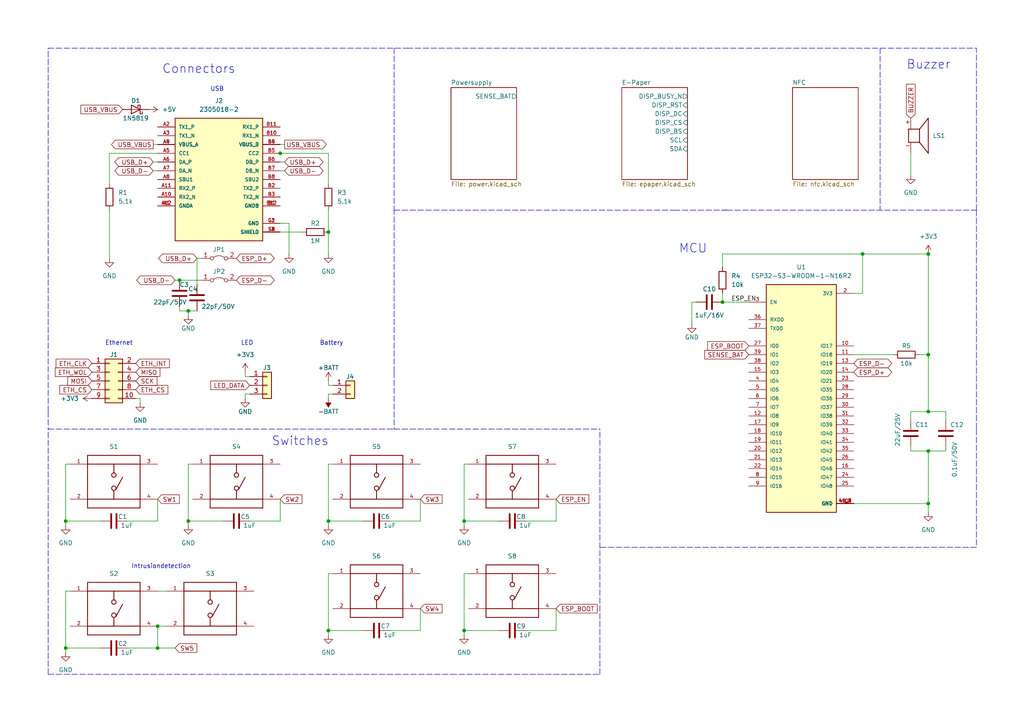
<source format=kicad_sch>
(kicad_sch (version 20211123) (generator eeschema)
  (paper "A4")
  (title_block (title "FabReader2") (date "2022-05-10") (rev "0.1") (company "RLKM UG (haftungsbeschränkt)") (comment 1 "Autoren: Joseph Langosch, Kai Kriegel"))
  (lib_symbols
    (symbol "2305018-2:2305018-2" (pin_names (offset 1.016))
      (property "Reference" "J" (at -12.7 18.0594 0))
      (property "Value" "2305018-2" (at -12.7 -20.3454 0))
      (symbol "2305018-2_0_0"
        (rectangle (start -12.7 -17.78) (end 12.7 17.78) (stroke (width 0.254)) (fill (type background)))
        (pin passive line (at -17.78 -7.62 0) (length 5.08) (name "GNDA") (number "A1"))
        (pin passive line (at -17.78 -5.08 0) (length 5.08) (name "RX2_N") (number "A10"))
        (pin passive line (at -17.78 -2.54 0) (length 5.08) (name "RX2_P") (number "A11"))
        (pin passive line (at -17.78 -7.62 0) (length 5.08) (name "GNDA") (number "A12"))
        (pin passive line (at -17.78 15.24 0) (length 5.08) (name "TX1_P") (number "A2"))
        (pin passive line (at -17.78 12.7 0) (length 5.08) (name "TX1_N") (number "A3"))
        (pin passive line (at -17.78 10.16 0) (length 5.08) (name "VBUS_A") (number "A4"))
        (pin passive line (at -17.78 7.62 0) (length 5.08) (name "CC1") (number "A5"))
        (pin passive line (at -17.78 5.08 0) (length 5.08) (name "DA_P") (number "A6"))
        (pin passive line (at -17.78 2.54 0) (length 5.08) (name "DA_N") (number "A7"))
        (pin passive line (at -17.78 0 0) (length 5.08) (name "SBU1") (number "A8"))
        (pin passive line (at -17.78 10.16 0) (length 5.08) (name "VBUS_A") (number "A9"))
        (pin passive line (at 17.78 -7.62 180) (length 5.08) (name "GNDB") (number "B1"))
        (pin passive line (at 17.78 12.7 180) (length 5.08) (name "RX1_N") (number "B10"))
        (pin passive line (at 17.78 15.24 180) (length 5.08) (name "RX1_P") (number "B11"))
        (pin passive line (at 17.78 -7.62 180) (length 5.08) (name "GNDB") (number "B12"))
        (pin passive line (at 17.78 -2.54 180) (length 5.08) (name "TX2_P") (number "B2"))
        (pin passive line (at 17.78 -5.08 180) (length 5.08) (name "TX2_N") (number "B3"))
        (pin passive line (at 17.78 10.16 180) (length 5.08) (name "VBUS_B") (number "B4"))
        (pin passive line (at 17.78 7.62 180) (length 5.08) (name "CC2") (number "B5"))
        (pin passive line (at 17.78 5.08 180) (length 5.08) (name "DB_P") (number "B6"))
        (pin passive line (at 17.78 2.54 180) (length 5.08) (name "DB_N") (number "B7"))
        (pin passive line (at 17.78 0 180) (length 5.08) (name "SBU2") (number "B8"))
        (pin passive line (at 17.78 10.16 180) (length 5.08) (name "VBUS_B") (number "B9"))
        (pin power_in line (at 17.78 -12.7 180) (length 5.08) (name "GND") (number "G1"))
        (pin power_in line (at 17.78 -12.7 180) (length 5.08) (name "GND") (number "G2"))
        (pin power_in line (at 17.78 -15.24 180) (length 5.08) (name "SHIELD") (number "S1"))
        (pin power_in line (at 17.78 -15.24 180) (length 5.08) (name "SHIELD") (number "S2"))
        (pin power_in line (at 17.78 -15.24 180) (length 5.08) (name "SHIELD") (number "S3"))
        (pin power_in line (at 17.78 -15.24 180) (length 5.08) (name "SHIELD") (number "S4"))
      )
    )
    (symbol "CMI-9705-0380-SMT-TR:CMI-9705-0380-SMT-TR" (pin_numbers hide) (pin_names (offset 1.016) hide)
      (property "Reference" "LS" (at -1.27 6.35 0))
      (property "Value" "CMI-9705-0380-SMT-TR" (at -1.27 -8.255 0))
      (symbol "CMI-9705-0380-SMT-TR_0_0"
        (polyline (pts (xy -3.175 -1.905) (xy -2.54 -1.905)) (stroke (width 0.254)))
        (polyline (pts (xy -3.175 1.905) (xy -3.175 -1.905)) (stroke (width 0.254)))
        (polyline (pts (xy -3.175 1.905) (xy -2.54 1.905)) (stroke (width 0.254)))
        (polyline (pts (xy -2.54 -2.54) (xy -2.54 -1.905)) (stroke (width 0.1524)))
        (polyline (pts (xy -2.54 -1.905) (xy 0 -1.905)) (stroke (width 0.254)))
        (polyline (pts (xy -2.54 1.905) (xy 0 1.905)) (stroke (width 0.254)))
        (polyline (pts (xy -2.54 2.54) (xy -2.54 1.905)) (stroke (width 0.1524)))
        (polyline (pts (xy 0 -1.905) (xy 0 1.905)) (stroke (width 0.254)))
        (polyline (pts (xy 0 -1.905) (xy 2.54 -5.08)) (stroke (width 0.254)))
        (polyline (pts (xy 0 1.905) (xy 2.54 5.08)) (stroke (width 0.254)))
        (polyline (pts (xy 2.54 -5.08) (xy 2.54 5.08)) (stroke (width 0.254)))
        (text "+" (at -4.318 3.302 0) (effects (font (size 1.27 1.27)) (justify left bottom)))
        (text "-" (at -4.318 -3.556 0) (effects (font (size 1.27 1.27)) (justify left bottom)))
        (pin passive line (at -2.54 -5.08 90) (length 2.54) (name "~") (number "N"))
        (pin passive line (at -2.54 5.08 270) (length 2.54) (name "~") (number "P"))
      )
    )
    (symbol "Connector_Generic:Conn_01x02" (pin_names (offset 1.016) hide)
      (property "Reference" "J" (at 0 2.54 0))
      (property "Value" "Conn_01x02" (at 0 -5.08 0))
      (symbol "Conn_01x02_1_1"
        (rectangle (start -1.27 -2.413) (end 0 -2.667) (stroke (width 0.1524)))
        (rectangle (start -1.27 0.127) (end 0 -0.127) (stroke (width 0.1524)))
        (rectangle (start -1.27 1.27) (end 1.27 -3.81) (stroke (width 0.254)) (fill (type background)))
        (pin passive line (at -5.08 0 0) (length 3.81) (name "Pin_1") (number "1"))
        (pin passive line (at -5.08 -2.54 0) (length 3.81) (name "Pin_2") (number "2"))
      )
    )
    (symbol "Connector_Generic:Conn_01x03" (pin_names (offset 1.016) hide)
      (property "Reference" "J" (at 0 5.08 0))
      (property "Value" "Conn_01x03" (at 0 -5.08 0))
      (symbol "Conn_01x03_1_1"
        (rectangle (start -1.27 -2.413) (end 0 -2.667) (stroke (width 0.1524)))
        (rectangle (start -1.27 0.127) (end 0 -0.127) (stroke (width 0.1524)))
        (rectangle (start -1.27 2.667) (end 0 2.413) (stroke (width 0.1524)))
        (rectangle (start -1.27 3.81) (end 1.27 -3.81) (stroke (width 0.254)) (fill (type background)))
        (pin passive line (at -5.08 2.54 0) (length 3.81) (name "Pin_1") (number "1"))
        (pin passive line (at -5.08 0 0) (length 3.81) (name "Pin_2") (number "2"))
        (pin passive line (at -5.08 -2.54 0) (length 3.81) (name "Pin_3") (number "3"))
      )
    )
    (symbol "Connector_Generic:Conn_02x05_Odd_Even" (pin_names (offset 1.016) hide)
      (property "Reference" "J" (at 1.27 7.62 0))
      (property "Value" "Conn_02x05_Odd_Even" (at 1.27 -7.62 0))
      (symbol "Conn_02x05_Odd_Even_1_1"
        (rectangle (start -1.27 -4.953) (end 0 -5.207) (stroke (width 0.1524)))
        (rectangle (start -1.27 -2.413) (end 0 -2.667) (stroke (width 0.1524)))
        (rectangle (start -1.27 0.127) (end 0 -0.127) (stroke (width 0.1524)))
        (rectangle (start -1.27 2.667) (end 0 2.413) (stroke (width 0.1524)))
        (rectangle (start -1.27 5.207) (end 0 4.953) (stroke (width 0.1524)))
        (rectangle (start -1.27 6.35) (end 3.81 -6.35) (stroke (width 0.254)) (fill (type background)))
        (rectangle (start 3.81 -4.953) (end 2.54 -5.207) (stroke (width 0.1524)))
        (rectangle (start 3.81 -2.413) (end 2.54 -2.667) (stroke (width 0.1524)))
        (rectangle (start 3.81 0.127) (end 2.54 -0.127) (stroke (width 0.1524)))
        (rectangle (start 3.81 2.667) (end 2.54 2.413) (stroke (width 0.1524)))
        (rectangle (start 3.81 5.207) (end 2.54 4.953) (stroke (width 0.1524)))
        (pin passive line (at -5.08 5.08 0) (length 3.81) (name "Pin_1") (number "1"))
        (pin passive line (at 7.62 -5.08 180) (length 3.81) (name "Pin_10") (number "10"))
        (pin passive line (at 7.62 5.08 180) (length 3.81) (name "Pin_2") (number "2"))
        (pin passive line (at -5.08 2.54 0) (length 3.81) (name "Pin_3") (number "3"))
        (pin passive line (at 7.62 2.54 180) (length 3.81) (name "Pin_4") (number "4"))
        (pin passive line (at -5.08 0 0) (length 3.81) (name "Pin_5") (number "5"))
        (pin passive line (at 7.62 0 180) (length 3.81) (name "Pin_6") (number "6"))
        (pin passive line (at -5.08 -2.54 0) (length 3.81) (name "Pin_7") (number "7"))
        (pin passive line (at 7.62 -2.54 180) (length 3.81) (name "Pin_8") (number "8"))
        (pin passive line (at -5.08 -5.08 0) (length 3.81) (name "Pin_9") (number "9"))
      )
    )
    (symbol "Device:C" (pin_numbers hide) (pin_names (offset 0.254))
      (property "Reference" "C" (at 0.635 2.54 0))
      (property "Value" "C" (at 0.635 -2.54 0))
      (symbol "C_0_1"
        (polyline (pts (xy -2.032 -0.762) (xy 2.032 -0.762)) (stroke (width 0.508)))
        (polyline (pts (xy -2.032 0.762) (xy 2.032 0.762)) (stroke (width 0.508)))
      )
      (symbol "C_1_1"
        (pin passive line (at 0 3.81 270) (length 2.794) (name "~") (number "1"))
        (pin passive line (at 0 -3.81 90) (length 2.794) (name "~") (number "2"))
      )
    )
    (symbol "Device:R" (pin_numbers hide) (pin_names (offset 0))
      (property "Reference" "R" (at 2.032 0 90))
      (property "Value" "R" (at 0 0 90))
      (symbol "R_0_1"
        (rectangle (start -1.016 -2.54) (end 1.016 2.54) (stroke (width 0.254)))
      )
      (symbol "R_1_1"
        (pin passive line (at 0 3.81 270) (length 1.27) (name "~") (number "1"))
        (pin passive line (at 0 -3.81 90) (length 1.27) (name "~") (number "2"))
      )
    )
    (symbol "Diode:1N5819" (pin_numbers hide) (pin_names (offset 1.016) hide)
      (property "Reference" "D" (at 0 2.54 0))
      (property "Value" "1N5819" (at 0 -2.54 0))
      (symbol "1N5819_0_1"
        (polyline (pts (xy 1.27 0) (xy -1.27 0)))
        (polyline (pts (xy 1.27 1.27) (xy 1.27 -1.27) (xy -1.27 0) (xy 1.27 1.27)) (stroke (width 0.254)))
        (polyline (pts (xy -1.905 0.635) (xy -1.905 1.27) (xy -1.27 1.27) (xy -1.27 -1.27) (xy -0.635 -1.27) (xy -0.635 -0.635)) (stroke (width 0.254)))
      )
      (symbol "1N5819_1_1"
        (pin passive line (at -3.81 0 0) (length 2.54) (name "K") (number "1"))
        (pin passive line (at 3.81 0 180) (length 2.54) (name "A") (number "2"))
      )
    )
    (symbol "ESP32-S3-WROOM-1-N16R2:ESP32-S3-WROOM-1-N16R2" (pin_names (offset 1.016))
      (property "Reference" "U" (at -10.16 34.1122 0))
      (property "Value" "ESP32-S3-WROOM-1-N16R2" (at -10.16 -35.56 0))
      (symbol "ESP32-S3-WROOM-1-N16R2_0_0"
        (rectangle (start -10.16 -33.02) (end 10.16 33.02) (stroke (width 0.254)) (fill (type background)))
        (pin power_in line (at 15.24 -30.48 180) (length 5.08) (name "GND") (number "1"))
        (pin bidirectional line (at 15.24 15.24 180) (length 5.08) (name "IO17") (number "10"))
        (pin bidirectional line (at 15.24 12.7 180) (length 5.08) (name "IO18") (number "11"))
        (pin bidirectional line (at -15.24 -5.08 0) (length 5.08) (name "IO8") (number "12"))
        (pin bidirectional line (at 15.24 10.16 180) (length 5.08) (name "IO19") (number "13"))
        (pin bidirectional line (at 15.24 7.62 180) (length 5.08) (name "IO20") (number "14"))
        (pin bidirectional line (at -15.24 7.62 0) (length 5.08) (name "IO3") (number "15"))
        (pin bidirectional line (at 15.24 -20.32 180) (length 5.08) (name "IO46") (number "16"))
        (pin bidirectional line (at -15.24 -7.62 0) (length 5.08) (name "IO9") (number "17"))
        (pin bidirectional line (at -15.24 -10.16 0) (length 5.08) (name "IO10") (number "18"))
        (pin bidirectional line (at -15.24 -12.7 0) (length 5.08) (name "IO11") (number "19"))
        (pin power_in line (at 15.24 30.48 180) (length 5.08) (name "3V3") (number "2"))
        (pin bidirectional line (at -15.24 -15.24 0) (length 5.08) (name "IO12") (number "20"))
        (pin bidirectional line (at -15.24 -17.78 0) (length 5.08) (name "IO13") (number "21"))
        (pin bidirectional line (at -15.24 -20.32 0) (length 5.08) (name "IO14") (number "22"))
        (pin bidirectional line (at 15.24 5.08 180) (length 5.08) (name "IO21") (number "23"))
        (pin bidirectional line (at 15.24 -22.86 180) (length 5.08) (name "IO47") (number "24"))
        (pin bidirectional line (at 15.24 -25.4 180) (length 5.08) (name "IO48") (number "25"))
        (pin bidirectional line (at 15.24 -17.78 180) (length 5.08) (name "IO45") (number "26"))
        (pin bidirectional line (at -15.24 15.24 0) (length 5.08) (name "IO0") (number "27"))
        (pin bidirectional line (at 15.24 2.54 180) (length 5.08) (name "IO35") (number "28"))
        (pin bidirectional line (at 15.24 0 180) (length 5.08) (name "IO36") (number "29"))
        (pin input line (at -15.24 27.94 0) (length 5.08) (name "EN") (number "3"))
        (pin bidirectional line (at 15.24 -2.54 180) (length 5.08) (name "IO37") (number "30"))
        (pin bidirectional line (at 15.24 -5.08 180) (length 5.08) (name "IO38") (number "31"))
        (pin bidirectional line (at 15.24 -7.62 180) (length 5.08) (name "IO39") (number "32"))
        (pin bidirectional line (at 15.24 -10.16 180) (length 5.08) (name "IO40") (number "33"))
        (pin bidirectional line (at 15.24 -12.7 180) (length 5.08) (name "IO41") (number "34"))
        (pin bidirectional line (at 15.24 -15.24 180) (length 5.08) (name "IO42") (number "35"))
        (pin bidirectional line (at -15.24 22.86 0) (length 5.08) (name "RXD0") (number "36"))
        (pin bidirectional line (at -15.24 20.32 0) (length 5.08) (name "TXD0") (number "37"))
        (pin bidirectional line (at -15.24 10.16 0) (length 5.08) (name "IO2") (number "38"))
        (pin bidirectional line (at -15.24 12.7 0) (length 5.08) (name "IO1") (number "39"))
        (pin bidirectional line (at -15.24 5.08 0) (length 5.08) (name "IO4") (number "4"))
        (pin power_in line (at 15.24 -30.48 180) (length 5.08) (name "GND") (number "40"))
        (pin power_in line (at 15.24 -30.48 180) (length 5.08) (name "GND") (number "41_1"))
        (pin power_in line (at 15.24 -30.48 180) (length 5.08) (name "GND") (number "41_2"))
        (pin power_in line (at 15.24 -30.48 180) (length 5.08) (name "GND") (number "41_3"))
        (pin power_in line (at 15.24 -30.48 180) (length 5.08) (name "GND") (number "41_4"))
        (pin power_in line (at 15.24 -30.48 180) (length 5.08) (name "GND") (number "41_5"))
        (pin power_in line (at 15.24 -30.48 180) (length 5.08) (name "GND") (number "41_6"))
        (pin power_in line (at 15.24 -30.48 180) (length 5.08) (name "GND") (number "41_7"))
        (pin power_in line (at 15.24 -30.48 180) (length 5.08) (name "GND") (number "41_8"))
        (pin power_in line (at 15.24 -30.48 180) (length 5.08) (name "GND") (number "41_9"))
        (pin bidirectional line (at -15.24 2.54 0) (length 5.08) (name "IO5") (number "5"))
        (pin bidirectional line (at -15.24 0 0) (length 5.08) (name "IO6") (number "6"))
        (pin bidirectional line (at -15.24 -2.54 0) (length 5.08) (name "IO7") (number "7"))
        (pin bidirectional line (at -15.24 -22.86 0) (length 5.08) (name "IO15") (number "8"))
        (pin bidirectional line (at -15.24 -25.4 0) (length 5.08) (name "IO16") (number "9"))
      )
    )
    (symbol "Jumper:Jumper_2_Bridged" (pin_names (offset 0) hide)
      (property "Reference" "JP" (at 0 1.905 0))
      (property "Value" "Jumper_2_Bridged" (at 0 -2.54 0))
      (symbol "Jumper_2_Bridged_0_0"
        (circle (center -2.032 0) (radius 0.508))
        (circle (center 2.032 0) (radius 0.508))
      )
      (symbol "Jumper_2_Bridged_0_1"
        (arc (start 1.524 0.254) (mid 0 0.762) (end -1.524 0.254))
      )
      (symbol "Jumper_2_Bridged_1_1"
        (pin passive line (at -5.08 0 0) (length 2.54) (name "A") (number "1"))
        (pin passive line (at 5.08 0 180) (length 2.54) (name "B") (number "2"))
      )
    )
    (symbol "TS04-66-95-BK-260-SMT:TS04-66-95-BK-260-SMT" (pin_names (offset 1.016) hide)
      (property "Reference" "S" (at -7.62 8.382 0))
      (property "Value" "TS04-66-95-BK-260-SMT" (at -7.62 -8.382 0))
      (symbol "TS04-66-95-BK-260-SMT_0_0"
        (circle (center 0 -1.905) (radius 0.635) (stroke (width 0.254)))
        (polyline (pts (xy -7.62 -7.62) (xy 7.62 -7.62)) (stroke (width 0.254)))
        (polyline (pts (xy -7.62 -5.08) (xy -7.62 -7.62)) (stroke (width 0.254)))
        (polyline (pts (xy -7.62 5.08) (xy -7.62 -5.08)) (stroke (width 0.254)))
        (polyline (pts (xy -7.62 7.62) (xy -7.62 5.08)) (stroke (width 0.254)))
        (polyline (pts (xy 0 -5.08) (xy -7.62 -5.08)) (stroke (width 0.254)))
        (polyline (pts (xy 0 -5.08) (xy 7.62 -5.08)) (stroke (width 0.254)))
        (polyline (pts (xy 0 -2.54) (xy 0 -5.08)) (stroke (width 0.254)))
        (polyline (pts (xy 0 5.08) (xy -7.62 5.08)) (stroke (width 0.254)))
        (polyline (pts (xy 0 5.08) (xy 0 2.54)) (stroke (width 0.254)))
        (polyline (pts (xy 0 5.08) (xy 7.62 5.08)) (stroke (width 0.254)))
        (polyline (pts (xy 0.635 -2.2352) (xy 2.54 1.27)) (stroke (width 0.254)))
        (polyline (pts (xy 7.62 -7.62) (xy 7.62 -5.08)) (stroke (width 0.254)))
        (polyline (pts (xy 7.62 -5.08) (xy 7.62 5.08)) (stroke (width 0.254)))
        (polyline (pts (xy 7.62 5.08) (xy 7.62 7.62)) (stroke (width 0.254)))
        (polyline (pts (xy 7.62 7.62) (xy -7.62 7.62)) (stroke (width 0.254)))
        (circle (center 0 1.905) (radius 0.635) (stroke (width 0.254)))
        (pin passive line (at -12.7 5.08 0) (length 5.08) (name "~") (number "1"))
        (pin passive line (at -12.7 -5.08 0) (length 5.08) (name "~") (number "2"))
        (pin passive line (at 12.7 5.08 180) (length 5.08) (name "~") (number "3"))
        (pin passive line (at 12.7 -5.08 180) (length 5.08) (name "~") (number "4"))
      )
    )
    (symbol "power:+3V3" (power) (pin_names (offset 0))
      (property "Value" "+3V3" (at 0 3.556 0))
      (symbol "+3V3_0_1"
        (polyline (pts (xy -0.762 1.27) (xy 0 2.54)))
        (polyline (pts (xy 0 0) (xy 0 2.54)))
        (polyline (pts (xy 0 2.54) (xy 0.762 1.27)))
      )
      (symbol "+3V3_1_1"
        (pin power_in line (at 0 0 90) (length 0) hide (name "+3V3") (number "1"))
      )
    )
    (symbol "power:+5V" (power) (pin_names (offset 0))
      (property "Value" "+5V" (at 0 3.556 0))
      (symbol "+5V_0_1"
        (polyline (pts (xy -0.762 1.27) (xy 0 2.54)))
        (polyline (pts (xy 0 0) (xy 0 2.54)))
        (polyline (pts (xy 0 2.54) (xy 0.762 1.27)))
      )
      (symbol "+5V_1_1"
        (pin power_in line (at 0 0 90) (length 0) hide (name "+5V") (number "1"))
      )
    )
    (symbol "power:+BATT" (power) (pin_names (offset 0))
      (property "Value" "+BATT" (at 0 3.556 0))
      (symbol "+BATT_0_1"
        (polyline (pts (xy -0.762 1.27) (xy 0 2.54)))
        (polyline (pts (xy 0 0) (xy 0 2.54)))
        (polyline (pts (xy 0 2.54) (xy 0.762 1.27)))
      )
      (symbol "+BATT_1_1"
        (pin power_in line (at 0 0 90) (length 0) hide (name "+BATT") (number "1"))
      )
    )
    (symbol "power:-BATT" (power) (pin_names (offset 0))
      (property "Value" "-BATT" (at 0 3.556 0))
      (symbol "-BATT_0_1"
        (polyline (pts (xy 0 0) (xy 0 2.54)))
        (polyline (pts (xy 0.762 1.27) (xy -0.762 1.27) (xy 0 2.54) (xy 0.762 1.27)) (fill (type outline)))
      )
      (symbol "-BATT_1_1"
        (pin power_in line (at 0 0 90) (length 0) hide (name "-BATT") (number "1"))
      )
    )
    (symbol "power:GND" (power) (pin_names (offset 0))
      (property "Value" "GND" (at 0 -3.81 0))
      (symbol "GND_0_1"
        (polyline (pts (xy 0 0) (xy 0 -1.27) (xy 1.27 -1.27) (xy 0 -2.54) (xy -1.27 -1.27) (xy 0 -1.27)))
      )
      (symbol "GND_1_1"
        (pin power_in line (at 0 0 270) (length 0) hide (name "GND") (number "1"))
      )
    )
  )
  (junction (at 134.62 182.88))
  (junction (at 45.72 187.96))
  (junction (at 45.72 181.61))
  (junction (at 19.05 187.96))
  (junction (at 19.05 151.13))
  (junction (at 134.62 151.13))
  (junction (at 250.19 73.66))
  (junction (at 209.55 87.63))
  (junction (at 269.24 119.38))
  (junction (at 95.25 151.13))
  (junction (at 95.25 67.31))
  (junction (at 54.61 90.17))
  (junction (at 269.24 73.66))
  (junction (at 54.61 151.13))
  (junction (at 95.25 182.88))
  (junction (at 81.28 44.45))
  (junction (at 269.24 146.05))
  (junction (at 52.07 81.28))
  (junction (at 269.24 130.81))
  (junction (at 269.24 102.87))
  (wire (pts (xy 44.45 49.53) (xy 45.72 49.53)))
  (wire (pts (xy 113.03 151.13) (xy 121.92 151.13)))
  (wire (pts (xy 95.25 44.45) (xy 81.28 44.45)))
  (wire (pts (xy 96.52 111.76) (xy 95.25 111.76)))
  (wire (pts (xy 40.64 115.57) (xy 40.64 116.84)))
  (wire (pts (xy 19.05 187.96) (xy 19.05 171.45)))
  (wire (pts (xy 209.55 73.66) (xy 250.19 73.66)))
  (wire (pts (xy 264.16 44.45) (xy 264.16 50.8)))
  (wire (pts (xy 95.25 134.62) (xy 96.52 134.62)))
  (polyline (pts (xy 114.3 107.95) (xy 114.3 124.46)))
  (wire (pts (xy 45.72 187.96) (xy 50.8 187.96)))
  (polyline (pts (xy 13.97 119.38) (xy 13.97 13.97)))
  (wire (pts (xy 113.03 182.88) (xy 121.92 182.88)))
  (wire (pts (xy 95.25 53.34) (xy 95.25 44.45)))
  (wire (pts (xy 269.24 130.81) (xy 269.24 146.05)))
  (polyline (pts (xy 195.58 60.96) (xy 210.82 60.96)))
  (wire (pts (xy 80.01 44.45) (xy 81.28 44.45)))
  (wire (pts (xy 72.39 109.22) (xy 71.12 109.22)))
  (wire (pts (xy 57.15 74.93) (xy 57.15 82.55)))
  (wire (pts (xy 50.8 81.28) (xy 52.07 81.28)))
  (wire (pts (xy 95.25 184.15) (xy 95.25 182.88)))
  (polyline (pts (xy 255.27 13.97) (xy 255.27 60.96)))
  (polyline (pts (xy 173.99 195.58) (xy 173.99 124.46)))
  (wire (pts (xy 45.72 44.45) (xy 31.75 44.45)))
  (wire (pts (xy 31.75 44.45) (xy 31.75 53.34)))
  (polyline (pts (xy 13.97 195.58) (xy 13.97 124.46)))
  (polyline (pts (xy 114.3 107.95) (xy 114.3 60.96)))
  (wire (pts (xy 95.25 182.88) (xy 105.41 182.88)))
  (wire (pts (xy 264.16 130.81) (xy 269.24 130.81)))
  (wire (pts (xy 209.55 77.47) (xy 209.55 73.66)))
  (wire (pts (xy 209.55 85.09) (xy 209.55 87.63)))
  (wire (pts (xy 269.24 130.81) (xy 274.32 130.81)))
  (wire (pts (xy 95.25 151.13) (xy 95.25 134.62)))
  (wire (pts (xy 83.82 64.77) (xy 81.28 64.77)))
  (polyline (pts (xy 209.55 60.96) (xy 210.82 60.96)))
  (wire (pts (xy 134.62 134.62) (xy 135.89 134.62)))
  (wire (pts (xy 95.25 182.88) (xy 95.25 166.37)))
  (wire (pts (xy 269.24 146.05) (xy 269.24 148.59)))
  (polyline (pts (xy 283.21 60.96) (xy 283.21 124.46)))
  (wire (pts (xy 81.28 151.13) (xy 81.28 144.78)))
  (wire (pts (xy 83.82 73.66) (xy 83.82 64.77)))
  (wire (pts (xy 274.32 130.81) (xy 274.32 129.54)))
  (wire (pts (xy 54.61 151.13) (xy 54.61 152.4)))
  (wire (pts (xy 31.75 60.96) (xy 31.75 74.93)))
  (wire (pts (xy 161.29 151.13) (xy 161.29 144.78)))
  (wire (pts (xy 19.05 171.45) (xy 20.32 171.45)))
  (wire (pts (xy 19.05 151.13) (xy 29.21 151.13)))
  (wire (pts (xy 36.83 151.13) (xy 45.72 151.13)))
  (wire (pts (xy 19.05 151.13) (xy 19.05 134.62)))
  (wire (pts (xy 152.4 182.88) (xy 161.29 182.88)))
  (wire (pts (xy 45.72 181.61) (xy 48.26 181.61)))
  (wire (pts (xy 209.55 87.63) (xy 217.17 87.63)))
  (wire (pts (xy 269.24 119.38) (xy 274.32 119.38)))
  (wire (pts (xy 134.62 182.88) (xy 144.78 182.88)))
  (polyline (pts (xy 283.21 158.75) (xy 173.99 158.75)))
  (polyline (pts (xy 13.97 13.97) (xy 118.11 13.97)))
  (polyline (pts (xy 130.81 195.58) (xy 173.99 195.58)))
  (wire (pts (xy 95.25 114.3) (xy 95.25 115.57)))
  (wire (pts (xy 52.07 90.17) (xy 54.61 90.17)))
  (wire (pts (xy 54.61 90.17) (xy 57.15 90.17)))
  (wire (pts (xy 161.29 182.88) (xy 161.29 176.53)))
  (wire (pts (xy 200.66 87.63) (xy 201.93 87.63)))
  (wire (pts (xy 95.25 151.13) (xy 105.41 151.13)))
  (wire (pts (xy 264.16 119.38) (xy 269.24 119.38)))
  (wire (pts (xy 95.25 152.4) (xy 95.25 151.13)))
  (wire (pts (xy 95.25 60.96) (xy 95.25 67.31)))
  (wire (pts (xy 152.4 151.13) (xy 161.29 151.13)))
  (wire (pts (xy 134.62 184.15) (xy 134.62 182.88)))
  (wire (pts (xy 134.62 151.13) (xy 144.78 151.13)))
  (wire (pts (xy 95.25 166.37) (xy 96.52 166.37)))
  (wire (pts (xy 19.05 152.4) (xy 19.05 151.13)))
  (wire (pts (xy 264.16 121.92) (xy 264.16 119.38)))
  (wire (pts (xy 81.28 46.99) (xy 82.55 46.99)))
  (wire (pts (xy 200.66 93.98) (xy 200.66 87.63)))
  (polyline (pts (xy 118.11 13.97) (xy 283.21 13.97)))
  (polyline (pts (xy 283.21 60.96) (xy 283.21 13.97)))
  (wire (pts (xy 44.45 46.99) (xy 45.72 46.99)))
  (wire (pts (xy 44.45 41.91) (xy 45.72 41.91)))
  (polyline (pts (xy 13.97 119.38) (xy 13.97 124.46)))
  (wire (pts (xy 247.65 146.05) (xy 269.24 146.05)))
  (wire (pts (xy 121.92 182.88) (xy 121.92 176.53)))
  (wire (pts (xy 269.24 73.66) (xy 269.24 102.87)))
  (wire (pts (xy 54.61 151.13) (xy 64.77 151.13)))
  (wire (pts (xy 250.19 73.66) (xy 269.24 73.66)))
  (wire (pts (xy 81.28 49.53) (xy 82.55 49.53)))
  (wire (pts (xy 250.19 85.09) (xy 247.65 85.09)))
  (polyline (pts (xy 283.21 124.46) (xy 283.21 158.75)))
  (wire (pts (xy 134.62 182.88) (xy 134.62 166.37)))
  (wire (pts (xy 71.12 115.57) (xy 71.12 114.3)))
  (polyline (pts (xy 114.3 124.46) (xy 173.99 124.46)))
  (wire (pts (xy 71.12 114.3) (xy 72.39 114.3)))
  (wire (pts (xy 52.07 81.28) (xy 58.42 81.28)))
  (polyline (pts (xy 13.97 124.46) (xy 114.3 124.46)))
  (wire (pts (xy 19.05 189.23) (xy 19.05 187.96)))
  (wire (pts (xy 57.15 74.93) (xy 58.42 74.93)))
  (polyline (pts (xy 114.3 13.97) (xy 114.3 60.96)))
  (polyline (pts (xy 13.97 195.58) (xy 130.81 195.58)))
  (wire (pts (xy 52.07 88.9) (xy 52.07 90.17)))
  (wire (pts (xy 19.05 134.62) (xy 20.32 134.62)))
  (wire (pts (xy 264.16 129.54) (xy 264.16 130.81)))
  (wire (pts (xy 81.28 67.31) (xy 87.63 67.31)))
  (wire (pts (xy 266.7 102.87) (xy 269.24 102.87)))
  (wire (pts (xy 134.62 151.13) (xy 134.62 134.62)))
  (wire (pts (xy 54.61 90.17) (xy 54.61 91.44)))
  (wire (pts (xy 45.72 181.61) (xy 45.72 187.96)))
  (wire (pts (xy 250.19 73.66) (xy 250.19 85.09)))
  (wire (pts (xy 95.25 111.76) (xy 95.25 110.49)))
  (wire (pts (xy 269.24 102.87) (xy 269.24 119.38)))
  (wire (pts (xy 19.05 187.96) (xy 29.21 187.96)))
  (polyline (pts (xy 210.82 60.96) (xy 283.21 60.96)))
  (wire (pts (xy 71.12 109.22) (xy 71.12 107.95)))
  (wire (pts (xy 134.62 151.13) (xy 134.62 152.4)))
  (polyline (pts (xy 114.3 60.96) (xy 195.58 60.96)))
  (wire (pts (xy 121.92 151.13) (xy 121.92 144.78)))
  (wire (pts (xy 274.32 121.92) (xy 274.32 119.38)))
  (wire (pts (xy 54.61 151.13) (xy 54.61 134.62)))
  (wire (pts (xy 134.62 166.37) (xy 135.89 166.37)))
  (wire (pts (xy 36.83 187.96) (xy 45.72 187.96)))
  (wire (pts (xy 45.72 151.13) (xy 45.72 144.78)))
  (wire (pts (xy 54.61 134.62) (xy 55.88 134.62)))
  (wire (pts (xy 45.72 171.45) (xy 48.26 171.45)))
  (wire (pts (xy 96.52 114.3) (xy 95.25 114.3)))
  (wire (pts (xy 72.39 151.13) (xy 81.28 151.13)))
  (wire (pts (xy 95.25 67.31) (xy 95.25 73.66)))
  (wire (pts (xy 39.37 115.57) (xy 40.64 115.57)))
  (wire (pts (xy 259.08 102.87) (xy 247.65 102.87)))
  (wire (pts (xy 81.28 41.91) (xy 82.55 41.91)))
  (text "Buzzer" (at 262.89 20.32 0) (effects (font (size 2.54 2.54)) (justify left bottom)))
  (text "LED" (at 69.85 100.33 0) (effects (font (size 1.27 1.27)) (justify left bottom)))
  (text "USB" (at 60.96 26.67 0) (effects (font (size 1.27 1.27)) (justify left bottom)))
  (text "Battery" (at 92.71 100.33 0) (effects (font (size 1.27 1.27)) (justify left bottom)))
  (text "Intrusiondetection" (at 38.1 165.1 0) (effects (font (size 1.27 1.27)) (justify left bottom)))
  (text "Connectors" (at 46.99 21.59 0) (effects (font (size 2.54 2.54)) (justify left bottom)))
  (text "MCU" (at 196.85 73.66 0) (effects (font (size 2.54 2.54)) (justify left bottom)))
  (text "Switches" (at 78.74 129.54 0) (effects (font (size 2.54 2.54)) (justify left bottom)))
  (text "Ethernet" (at 30.48 100.33 0) (effects (font (size 1.27 1.27)) (justify left bottom)))
  (label "ESP_EN" (at 212.09 87.63 0))
  (global_label "ESP_EN" (shape input) (at 161.29 144.78 0) (property "Intersheet References" "${INTERSHEET_REFS}" (effects hide)))
  (global_label "SW3" (shape input) (at 121.92 144.78 0) (property "Intersheet References" "${INTERSHEET_REFS}" (effects hide)))
  (global_label "ESP_D+" (shape bidirectional) (at 68.58 74.93 0) (property "Intersheet References" "${INTERSHEET_REFS}" (effects hide)))
  (global_label "USB_VBUS" (shape output) (at 44.45 41.91 180) (property "Intersheet References" "${INTERSHEET_REFS}" (effects hide)))
  (global_label "USB_D+" (shape bidirectional) (at 82.55 46.99 0) (property "Intersheet References" "${INTERSHEET_REFS}" (effects hide)))
  (global_label "MISO" (shape input) (at 39.37 107.95 0) (property "Intersheet References" "${INTERSHEET_REFS}" (effects hide)))
  (global_label "SW5" (shape input) (at 50.8 187.96 0) (property "Intersheet References" "${INTERSHEET_REFS}" (effects hide)))
  (global_label "SW4" (shape input) (at 121.92 176.53 0) (property "Intersheet References" "${INTERSHEET_REFS}" (effects hide)))
  (global_label "ETH_CS" (shape input) (at 26.67 113.03 180) (property "Intersheet References" "${INTERSHEET_REFS}" (effects hide)))
  (global_label "ETH_INT" (shape input) (at 39.37 105.41 0) (property "Intersheet References" "${INTERSHEET_REFS}" (effects hide)))
  (global_label "ESP_D-" (shape bidirectional) (at 68.58 81.28 0) (property "Intersheet References" "${INTERSHEET_REFS}" (effects hide)))
  (global_label "SCK" (shape input) (at 39.37 110.49 0) (property "Intersheet References" "${INTERSHEET_REFS}" (effects hide)))
  (global_label "SENSE_BAT" (shape input) (at 217.17 102.87 180) (property "Intersheet References" "${INTERSHEET_REFS}" (effects hide)))
  (global_label "USB_D-" (shape bidirectional) (at 82.55 49.53 0) (property "Intersheet References" "${INTERSHEET_REFS}" (effects hide)))
  (global_label "LED_DATA" (shape input) (at 72.39 111.76 180) (property "Intersheet References" "${INTERSHEET_REFS}" (effects hide)))
  (global_label "ETH_WOL" (shape input) (at 26.67 107.95 180) (property "Intersheet References" "${INTERSHEET_REFS}" (effects hide)))
  (global_label "ETH_CLK" (shape input) (at 26.67 105.41 180) (property "Intersheet References" "${INTERSHEET_REFS}" (effects hide)))
  (global_label "ESP_BOOT" (shape input) (at 161.29 176.53 0) (property "Intersheet References" "${INTERSHEET_REFS}" (effects hide)))
  (global_label "MOSI" (shape input) (at 26.67 110.49 180) (property "Intersheet References" "${INTERSHEET_REFS}" (effects hide)))
  (global_label "ESP_D-" (shape bidirectional) (at 247.65 105.41 0) (property "Intersheet References" "${INTERSHEET_REFS}" (effects hide)))
  (global_label "USB_VBUS" (shape input) (at 35.56 31.75 180) (property "Intersheet References" "${INTERSHEET_REFS}" (effects hide)))
  (global_label "BUZZER" (shape input) (at 264.16 34.29 90) (property "Intersheet References" "${INTERSHEET_REFS}" (effects hide)))
  (global_label "USB_D-" (shape bidirectional) (at 50.8 81.28 180) (property "Intersheet References" "${INTERSHEET_REFS}" (effects hide)))
  (global_label "ETH_CS" (shape input) (at 39.37 113.03 0) (property "Intersheet References" "${INTERSHEET_REFS}" (effects hide)))
  (global_label "USB_D-" (shape bidirectional) (at 44.45 49.53 180) (property "Intersheet References" "${INTERSHEET_REFS}" (effects hide)))
  (global_label "USB_VBUS" (shape output) (at 82.55 41.91 0) (property "Intersheet References" "${INTERSHEET_REFS}" (effects hide)))
  (global_label "ESP_BOOT" (shape input) (at 217.17 100.33 180) (property "Intersheet References" "${INTERSHEET_REFS}" (effects hide)))
  (global_label "USB_D+" (shape bidirectional) (at 44.45 46.99 180) (property "Intersheet References" "${INTERSHEET_REFS}" (effects hide)))
  (global_label "USB_D+" (shape bidirectional) (at 57.15 74.93 180) (property "Intersheet References" "${INTERSHEET_REFS}" (effects hide)))
  (global_label "SW1" (shape input) (at 45.72 144.78 0) (property "Intersheet References" "${INTERSHEET_REFS}" (effects hide)))
  (global_label "SW2" (shape input) (at 81.28 144.78 0) (property "Intersheet References" "${INTERSHEET_REFS}" (effects hide)))
  (global_label "ESP_D+" (shape bidirectional) (at 247.65 107.95 0) (property "Intersheet References" "${INTERSHEET_REFS}" (effects hide)))
  (symbol (lib_id "power:GND") (at 83.82 73.66 0) (unit 1)
    (property "Reference" "#PWR011" (effects hide))
    (property "Value" "GND" (at 83.82 78.74 0))
  )
  (symbol (lib_id "Device:R") (at 209.55 81.28 180) (unit 1)
    (property "Reference" "R4" (at 212.09 80.0099 0) (effects (justify right)))
    (property "Value" "10k" (at 212.09 82.5499 0) (effects (justify right)))
  )
  (symbol (lib_id "power:+3V3") (at 269.24 73.66 0) (unit 1)
    (property "Reference" "#PWR021" (effects hide))
    (property "Value" "+3V3" (at 269.24 68.58 0))
  )
  (symbol (lib_id "Device:R") (at 91.44 67.31 90) (unit 1)
    (property "Reference" "R2" (at 91.44 64.77 90))
    (property "Value" "1M" (at 91.44 69.85 90))
  )
  (symbol (lib_id "Connector_Generic:Conn_02x05_Odd_Even") (at 31.75 110.49 0) (unit 1)
    (property "Reference" "J1" (at 33.02 102.87 0))
    (property "Value" "Conn_02x05_Odd_Even" (effects hide))
    (property "Footprint" "Connector_PinHeader_2.54mm:PinHeader_2x05_P2.54mm_Vertical" (effects hide))
  )
  (symbol (lib_id "Device:C") (at 264.16 125.73 0) (unit 1)
    (property "Reference" "C11" (at 265.43 123.19 0) (effects (justify left)))
    (property "Value" "22uF/25V" (at 260.35 129.54 90) (effects (justify left)))
  )
  (symbol (lib_id "power:GND") (at 54.61 91.44 0) (unit 1)
    (property "Reference" "#PWR07" (effects hide))
    (property "Value" "GND" (at 54.61 95.25 0))
  )
  (symbol (lib_id "power:GND") (at 19.05 189.23 0) (unit 1)
    (property "Reference" "#PWR02" (effects hide))
    (property "Value" "GND" (at 19.05 194.31 0))
  )
  (symbol (lib_id "Jumper:Jumper_2_Bridged") (at 63.5 81.28 0) (unit 1)
    (property "Reference" "JP2" (at 63.5 78.74 0))
    (property "Value" "Jumper_2_Bridged" (effects hide))
  )
  (symbol (lib_id "power:GND") (at 54.61 152.4 0) (unit 1)
    (property "Reference" "#PWR08" (effects hide))
    (property "Value" "GND" (at 54.61 157.48 0))
  )
  (symbol (lib_id "Device:R") (at 31.75 57.15 180) (unit 1)
    (property "Reference" "R1" (at 34.29 55.8799 0) (effects (justify right)))
    (property "Value" "5.1k" (at 34.29 58.4199 0) (effects (justify right)))
  )
  (symbol (lib_id "Jumper:Jumper_2_Bridged") (at 63.5 74.93 0) (unit 1)
    (property "Reference" "JP1" (at 63.5 72.39 0))
    (property "Value" "Jumper_2_Bridged" (effects hide))
  )
  (symbol (lib_id "Device:C") (at 33.02 151.13 90) (unit 1)
    (property "Reference" "C1" (at 35.56 149.86 90))
    (property "Value" "1uF" (at 36.83 152.4 90))
  )
  (symbol (lib_id "Device:C") (at 274.32 125.73 0) (unit 1)
    (property "Reference" "C12" (at 275.59 123.19 0) (effects (justify left)))
    (property "Value" "0.1uF/50V" (at 276.86 138.43 90) (effects (justify left)))
  )
  (symbol (lib_id "Device:C") (at 33.02 187.96 90) (unit 1)
    (property "Reference" "C2" (at 35.56 186.69 90))
    (property "Value" "1uF" (at 36.83 189.23 90))
  )
  (symbol (lib_id "power:GND") (at 134.62 152.4 0) (unit 1)
    (property "Reference" "#PWR017" (effects hide))
    (property "Value" "GND" (at 134.62 157.48 0))
  )
  (symbol (lib_id "Connector_Generic:Conn_01x02") (at 101.6 111.76 0) (unit 1)
    (property "Reference" "J4" (at 100.33 109.22 0) (effects (justify left)))
    (property "Value" "Conn_01x02" (effects hide))
    (property "Footprint" "Connector_JST:JST_PH_S2B-PH-K_1x02_P2.00mm_Horizontal" (effects hide))
  )
  (symbol (lib_id "Device:C") (at 68.58 151.13 90) (unit 1)
    (property "Reference" "C5" (at 71.12 149.86 90))
    (property "Value" "1uF" (at 72.39 152.4 90))
  )
  (symbol (lib_id "power:GND") (at 95.25 184.15 0) (unit 1)
    (property "Reference" "#PWR016" (effects hide))
    (property "Value" "GND" (at 95.25 189.23 0))
  )
  (symbol (lib_id "power:GND") (at 134.62 184.15 0) (unit 1)
    (property "Reference" "#PWR018" (effects hide))
    (property "Value" "GND" (at 134.62 189.23 0))
  )
  (symbol (lib_id "power:GND") (at 31.75 74.93 0) (unit 1)
    (property "Reference" "#PWR04" (effects hide))
    (property "Value" "GND" (at 31.75 80.01 0))
  )
  (symbol (lib_id "Device:R") (at 95.25 57.15 180) (unit 1)
    (property "Reference" "R3" (at 97.79 55.8799 0) (effects (justify right)))
    (property "Value" "5.1k" (at 97.79 58.4199 0) (effects (justify right)))
  )
  (symbol (lib_id "2305018-2:2305018-2") (at 63.5 52.07 0) (unit 1)
    (property "Reference" "J2" (at 63.5 29.21 0))
    (property "Value" "2305018-2" (at 63.5 31.75 0))
    (property "Footprint" "TE_2305018-2" (effects hide))
    (property "Comment" "2305018-2" (effects hide))
  )
  (symbol (lib_id "TS04-66-95-BK-260-SMT:TS04-66-95-BK-260-SMT") (at 33.02 139.7 0) (unit 1)
    (property "Reference" "S1" (at 33.02 129.54 0))
    (property "Value" "TS04-66-95-BK-260-SMT" (effects hide))
    (property "Footprint" "SW_TS04-66-95-BK-260-SMT" (effects hide))
    (property "PARTREV" "1.0" (effects hide))
    (property "STANDARD" "Manufacturer Recommendations" (effects hide))
    (property "MANUFACTURER" "CUI Devices" (effects hide))
  )
  (symbol (lib_id "Device:C") (at 148.59 182.88 90) (unit 1)
    (property "Reference" "C9" (at 151.13 181.61 90))
    (property "Value" "1uF" (at 152.4 184.15 90))
  )
  (symbol (lib_id "Diode:1N5819") (at 39.37 31.75 180) (unit 1)
    (property "Reference" "D1" (at 39.37 29.21 0))
    (property "Value" "1N5819" (at 39.37 34.29 0))
    (property "Footprint" "Diode_THT:D_DO-41_SOD81_P10.16mm_Horizontal" (effects hide))
    (property "Datasheet" "http://www.vishay.com/docs/88525/1n5817.pdf" (effects hide))
  )
  (symbol (lib_id "TS04-66-95-BK-260-SMT:TS04-66-95-BK-260-SMT") (at 68.58 139.7 0) (unit 1)
    (property "Reference" "S4" (at 68.58 129.54 0))
    (property "Value" "TS04-66-95-BK-260-SMT" (effects hide))
    (property "Footprint" "SW_TS04-66-95-BK-260-SMT" (effects hide))
    (property "PARTREV" "1.0" (effects hide))
    (property "STANDARD" "Manufacturer Recommendations" (effects hide))
    (property "MANUFACTURER" "CUI Devices" (effects hide))
  )
  (symbol (lib_id "Device:C") (at 148.59 151.13 90) (unit 1)
    (property "Reference" "C8" (at 151.13 149.86 90))
    (property "Value" "1uF" (at 152.4 152.4 90))
  )
  (symbol (lib_id "power:-BATT") (at 95.25 115.57 180) (unit 1)
    (property "Reference" "#PWR014" (effects hide))
    (property "Value" "-BATT" (at 95.25 119.38 0))
  )
  (symbol (lib_id "Device:C") (at 57.15 86.36 0) (unit 1)
    (property "Reference" "C4" (at 54.61 83.82 0) (effects (justify left)))
    (property "Value" "22pF/50V" (at 58.42 88.9 0) (effects (justify left)))
  )
  (symbol (lib_id "Device:C") (at 52.07 85.09 0) (unit 1)
    (property "Reference" "C3" (at 52.07 82.55 0) (effects (justify left)))
    (property "Value" "22pF/50V" (at 44.45 87.63 0) (effects (justify left)))
  )
  (symbol (lib_id "power:+3V3") (at 71.12 107.95 0) (unit 1)
    (property "Reference" "#PWR09" (effects hide))
    (property "Value" "+3V3" (at 71.12 102.87 0))
  )
  (symbol (lib_id "Device:C") (at 109.22 182.88 90) (unit 1)
    (property "Reference" "C7" (at 111.76 181.61 90))
    (property "Value" "1uF" (at 113.03 184.15 90))
  )
  (symbol (lib_id "TS04-66-95-BK-260-SMT:TS04-66-95-BK-260-SMT") (at 109.22 139.7 0) (unit 1)
    (property "Reference" "S5" (at 109.22 129.54 0))
    (property "Value" "TS04-66-95-BK-260-SMT" (effects hide))
    (property "Footprint" "SW_TS04-66-95-BK-260-SMT" (effects hide))
    (property "PARTREV" "1.0" (effects hide))
    (property "STANDARD" "Manufacturer Recommendations" (effects hide))
    (property "MANUFACTURER" "CUI Devices" (effects hide))
  )
  (symbol (lib_id "power:GND") (at 71.12 115.57 0) (unit 1)
    (property "Reference" "#PWR010" (effects hide))
    (property "Value" "GND" (at 71.12 119.38 0))
  )
  (symbol (lib_id "power:GND") (at 200.66 93.98 0) (unit 1)
    (property "Reference" "#PWR019" (effects hide))
    (property "Value" "GND" (at 200.66 97.79 0))
  )
  (symbol (lib_id "Device:R") (at 262.89 102.87 270) (mirror x) (unit 1)
    (property "Reference" "R5" (at 262.89 100.33 90))
    (property "Value" "10k" (at 262.89 105.41 90))
  )
  (symbol (lib_id "Device:C") (at 109.22 151.13 90) (unit 1)
    (property "Reference" "C6" (at 111.76 149.86 90))
    (property "Value" "1uF" (at 113.03 152.4 90))
  )
  (symbol (lib_id "TS04-66-95-BK-260-SMT:TS04-66-95-BK-260-SMT") (at 60.96 176.53 0) (unit 1)
    (property "Reference" "S3" (at 60.96 166.37 0))
    (property "Value" "TS04-66-95-BK-260-SMT" (effects hide))
    (property "Footprint" "SW_TS04-66-95-BK-260-SMT" (effects hide))
    (property "PARTREV" "1.0" (effects hide))
    (property "STANDARD" "Manufacturer Recommendations" (effects hide))
    (property "MANUFACTURER" "CUI Devices" (effects hide))
  )
  (symbol (lib_id "ESP32-S3-WROOM-1-N16R2:ESP32-S3-WROOM-1-N16R2") (at 232.41 115.57 0) (unit 1)
    (property "Reference" "U1" (at 232.41 77.47 0))
    (property "Value" "ESP32-S3-WROOM-1-N16R2" (at 232.41 80.01 0))
    (property "Footprint" "XCVR_ESP32-S3-WROOM-1-N16R2" (effects hide))
    (property "MAXIMUM_PACKAGE_HEIGHT" "3.25mm" (effects hide))
    (property "PARTREV" "v1.0" (effects hide))
    (property "MANUFACTURER" "Espressif" (effects hide))
    (property "STANDARD" "Manufacturer Recommendations" (effects hide))
  )
  (symbol (lib_id "TS04-66-95-BK-260-SMT:TS04-66-95-BK-260-SMT") (at 148.59 171.45 0) (unit 1)
    (property "Reference" "S8" (at 148.59 161.29 0))
    (property "Value" "TS04-66-95-BK-260-SMT" (effects hide))
    (property "Footprint" "SW_TS04-66-95-BK-260-SMT" (effects hide))
    (property "PARTREV" "1.0" (effects hide))
    (property "STANDARD" "Manufacturer Recommendations" (effects hide))
    (property "MANUFACTURER" "CUI Devices" (effects hide))
  )
  (symbol (lib_id "power:GND") (at 95.25 73.66 0) (unit 1)
    (property "Reference" "#PWR012" (effects hide))
    (property "Value" "GND" (at 95.25 78.74 0))
  )
  (symbol (lib_id "TS04-66-95-BK-260-SMT:TS04-66-95-BK-260-SMT") (at 33.02 176.53 0) (unit 1)
    (property "Reference" "S2" (at 33.02 166.37 0))
    (property "Value" "TS04-66-95-BK-260-SMT" (effects hide))
    (property "Footprint" "SW_TS04-66-95-BK-260-SMT" (effects hide))
    (property "PARTREV" "1.0" (effects hide))
    (property "STANDARD" "Manufacturer Recommendations" (effects hide))
    (property "MANUFACTURER" "CUI Devices" (effects hide))
  )
  (symbol (lib_id "power:+BATT") (at 95.25 110.49 0) (unit 1)
    (property "Reference" "#PWR013" (effects hide))
    (property "Value" "+BATT" (at 95.25 106.68 0))
  )
  (symbol (lib_id "Device:C") (at 205.74 87.63 90) (unit 1)
    (property "Reference" "C10" (at 205.74 83.82 90))
    (property "Value" "1uF/16V" (at 205.74 91.44 90))
  )
  (symbol (lib_id "TS04-66-95-BK-260-SMT:TS04-66-95-BK-260-SMT") (at 148.59 139.7 0) (unit 1)
    (property "Reference" "S7" (at 148.59 129.54 0))
    (property "Value" "TS04-66-95-BK-260-SMT" (effects hide))
    (property "Footprint" "SW_TS04-66-95-BK-260-SMT" (effects hide))
    (property "PARTREV" "1.0" (effects hide))
    (property "STANDARD" "Manufacturer Recommendations" (effects hide))
    (property "MANUFACTURER" "CUI Devices" (effects hide))
  )
  (symbol (lib_id "Connector_Generic:Conn_01x03") (at 77.47 111.76 0) (unit 1)
    (property "Reference" "J3" (at 76.2 106.68 0) (effects (justify left)))
    (property "Value" "Conn_01x03" (effects hide))
    (property "Footprint" "Connector_JST:JST_PH_S3B-PH-K_1x03_P2.00mm_Horizontal" (effects hide))
  )
  (symbol (lib_id "power:+5V") (at 43.18 31.75 270) (unit 1)
    (property "Reference" "#PWR06" (effects hide))
    (property "Value" "+5V" (at 46.99 31.7499 90) (effects (justify left)))
  )
  (symbol (lib_id "power:GND") (at 19.05 152.4 0) (unit 1)
    (property "Reference" "#PWR01" (effects hide))
    (property "Value" "GND" (at 19.05 157.48 0))
  )
  (symbol (lib_id "power:+3V3") (at 26.67 115.57 90) (unit 1)
    (property "Reference" "#PWR03" (effects hide))
    (property "Value" "+3V3" (at 22.86 115.5699 90) (effects (justify left)))
  )
  (symbol (lib_id "power:GND") (at 269.24 148.59 0) (unit 1)
    (property "Reference" "#PWR022" (effects hide))
    (property "Value" "GND" (at 269.24 153.67 0))
  )
  (symbol (lib_id "CMI-9705-0380-SMT-TR:CMI-9705-0380-SMT-TR") (at 266.7 39.37 0) (unit 1)
    (property "Reference" "LS1" (at 270.51 39.37 0) (effects (justify left)))
    (property "Value" "CMI-9705-0380-SMT-TR" (effects hide))
    (property "Footprint" "CUI_CMI-9705-0380-SMT-TR" (effects hide))
    (property "PARTREV" "1.0" (effects hide))
    (property "MANUFACTURER" "CUI Inc." (effects hide))
    (property "MAXIMUM_PACKAGE_HEIGHT" "5.2mm" (effects hide))
    (property "STANDARD" "Manufacturer Recommendations" (effects hide))
  )
  (symbol (lib_id "power:GND") (at 264.16 50.8 0) (unit 1)
    (property "Reference" "#PWR020" (effects hide))
    (property "Value" "GND" (at 264.16 55.88 0))
  )
  (symbol (lib_id "TS04-66-95-BK-260-SMT:TS04-66-95-BK-260-SMT") (at 109.22 171.45 0) (unit 1)
    (property "Reference" "S6" (at 109.22 161.29 0))
    (property "Value" "TS04-66-95-BK-260-SMT" (effects hide))
    (property "Footprint" "SW_TS04-66-95-BK-260-SMT" (effects hide))
    (property "PARTREV" "1.0" (effects hide))
    (property "STANDARD" "Manufacturer Recommendations" (effects hide))
    (property "MANUFACTURER" "CUI Devices" (effects hide))
  )
  (symbol (lib_id "power:GND") (at 95.25 152.4 0) (unit 1)
    (property "Reference" "#PWR015" (effects hide))
    (property "Value" "GND" (at 95.25 157.48 0))
  )
  (symbol (lib_id "power:GND") (at 40.64 116.84 0) (unit 1)
    (property "Reference" "#PWR05" (effects hide))
    (property "Value" "GND" (at 40.64 121.92 0))
  )
  (sheet (at 229.87 25.4) (size 19.05 26.67) (stroke (width 0.1524))
    (property "Sheet name" "NFC" (at 229.87 24.6884 0) (effects (justify left bottom)))
    (property "Sheet file" "nfc.kicad_sch" (at 229.87 52.6546 0) (effects (justify left top)))
  )
  (sheet (at 180.34 25.4) (size 19.05 26.67) (stroke (width 0.1524))
    (property "Sheet name" "E-Paper" (at 180.34 24.6884 0) (effects (justify left bottom)))
    (property "Sheet file" "epaper.kicad_sch" (at 180.34 52.6546 0) (effects (justify left top)))
    (pin "DISP_BUSY_N" output (at 199.39 27.94 0))
    (pin "DISP_RST" input (at 199.39 30.48 0))
    (pin "DISP_DC" input (at 199.39 33.02 0))
    (pin "DISP_CS" input (at 199.39 35.56 0))
    (pin "DISP_BS" input (at 199.39 38.1 0))
    (pin "SCL" input (at 199.39 40.64 0))
    (pin "SDA" input (at 199.39 43.18 0))
  )
  (sheet (at 130.81 25.4) (size 19.05 26.67) (stroke (width 0.1524))
    (property "Sheet name" "Powersupply" (at 130.81 24.6884 0) (effects (justify left bottom)))
    (property "Sheet file" "power.kicad_sch" (at 130.81 52.6546 0) (effects (justify left top)))
    (pin "SENSE_BAT" output (at 149.86 27.94 0))
  )
)
</source>
